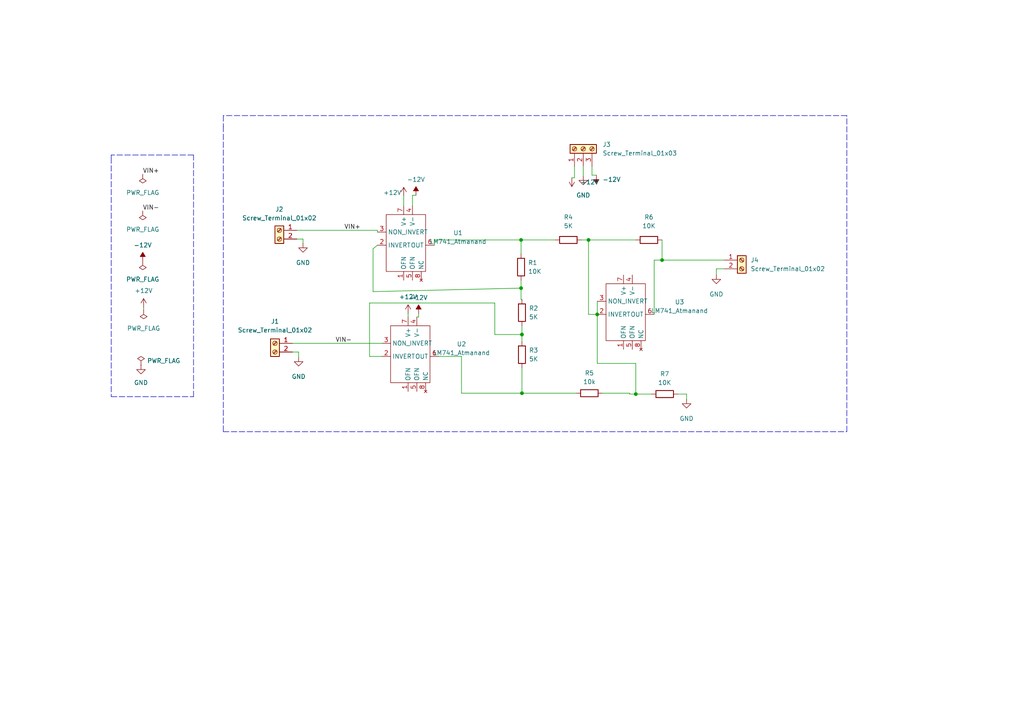
<source format=kicad_sch>
(kicad_sch (version 20211123) (generator eeschema)
  (paper "A4")
  (lib_symbols
    (symbol "AmplifierIC:LM741_Atmanand"
      (property "Reference" "U" (at -7.62 7.62 0))
      (property "Value" "LM741_Atmanand" (at 10.16 8.89 0))
      (symbol "LM741_Atmanand_0_0"
        (pin input line (at -15.24 -1.27 0) (length 2.54) (name "OFN") (number "1"))
        (pin input line (at -5.08 6.35 270) (length 2.54) (name "INVERT") (number "2"))
        (pin input line (at -1.27 6.35 270) (length 2.54) (name "NON_INVERT") (number "3"))
        (pin input line (at 6.35 -3.81 180) (length 2.54) (name "V-") (number "4"))
        (pin input line (at -15.24 -3.81 0) (length 2.54) (name "OFN") (number "5"))
        (pin output line (at -5.08 -10.16 90) (length 2.54) (name "OUT") (number "6"))
        (pin output line (at 6.35 -1.27 180) (length 2.54) (name "V+") (number "7"))
        (pin no_connect line (at -15.24 -6.35 0) (length 2.54) (name "NC") (number "8"))
      )
      (symbol "LM741_Atmanand_0_1"
        (rectangle (start -12.7 3.81) (end 3.81 -7.62))
      )
    )
    (symbol "Connector:Screw_Terminal_01x02" (pin_names (offset 1.016) hide)
      (property "Reference" "J" (at 0 2.54 0))
      (property "Value" "Screw_Terminal_01x02" (at 0 -5.08 0))
      (symbol "Screw_Terminal_01x02_1_1"
        (rectangle (start -1.27 1.27) (end 1.27 -3.81) (stroke (width 0.254)) (fill (type background)))
        (circle (center 0 -2.54) (radius 0.635) (stroke (width 0.1524)))
        (polyline (pts (xy -0.5334 -2.2098) (xy 0.3302 -3.048)) (stroke (width 0.1524)))
        (polyline (pts (xy -0.5334 0.3302) (xy 0.3302 -0.508)) (stroke (width 0.1524)))
        (polyline (pts (xy -0.3556 -2.032) (xy 0.508 -2.8702)) (stroke (width 0.1524)))
        (polyline (pts (xy -0.3556 0.508) (xy 0.508 -0.3302)) (stroke (width 0.1524)))
        (circle (center 0 0) (radius 0.635) (stroke (width 0.1524)))
        (pin passive line (at -5.08 0 0) (length 3.81) (name "Pin_1") (number "1"))
        (pin passive line (at -5.08 -2.54 0) (length 3.81) (name "Pin_2") (number "2"))
      )
    )
    (symbol "Connector:Screw_Terminal_01x03" (pin_names (offset 1.016) hide)
      (property "Reference" "J" (at 0 5.08 0))
      (property "Value" "Screw_Terminal_01x03" (at 0 -5.08 0))
      (symbol "Screw_Terminal_01x03_1_1"
        (rectangle (start -1.27 3.81) (end 1.27 -3.81) (stroke (width 0.254)) (fill (type background)))
        (circle (center 0 -2.54) (radius 0.635) (stroke (width 0.1524)))
        (polyline (pts (xy -0.5334 -2.2098) (xy 0.3302 -3.048)) (stroke (width 0.1524)))
        (polyline (pts (xy -0.5334 0.3302) (xy 0.3302 -0.508)) (stroke (width 0.1524)))
        (polyline (pts (xy -0.5334 2.8702) (xy 0.3302 2.032)) (stroke (width 0.1524)))
        (polyline (pts (xy -0.3556 -2.032) (xy 0.508 -2.8702)) (stroke (width 0.1524)))
        (polyline (pts (xy -0.3556 0.508) (xy 0.508 -0.3302)) (stroke (width 0.1524)))
        (polyline (pts (xy -0.3556 3.048) (xy 0.508 2.2098)) (stroke (width 0.1524)))
        (circle (center 0 0) (radius 0.635) (stroke (width 0.1524)))
        (circle (center 0 2.54) (radius 0.635) (stroke (width 0.1524)))
        (pin passive line (at -5.08 2.54 0) (length 3.81) (name "Pin_1") (number "1"))
        (pin passive line (at -5.08 0 0) (length 3.81) (name "Pin_2") (number "2"))
        (pin passive line (at -5.08 -2.54 0) (length 3.81) (name "Pin_3") (number "3"))
      )
    )
    (symbol "Device:R" (pin_numbers hide) (pin_names (offset 0))
      (property "Reference" "R" (at 2.032 0 90))
      (property "Value" "R" (at 0 0 90))
      (symbol "R_0_1"
        (rectangle (start -1.016 -2.54) (end 1.016 2.54) (stroke (width 0.254)))
      )
      (symbol "R_1_1"
        (pin passive line (at 0 3.81 270) (length 1.27) (name "~") (number "1"))
        (pin passive line (at 0 -3.81 90) (length 1.27) (name "~") (number "2"))
      )
    )
    (symbol "LM741_Atmanand_2"
      (property "Reference" "U1" (at 17.526 -1.4986 90))
      (property "Value" "LM741_Atmanand" (at 17.526 -4.0386 90))
      (symbol "LM741_Atmanand_2_0_0"
        (pin input line (at -15.24 -1.27 0) (length 2.54) (name "OFN") (number "1"))
        (pin input line (at -5.08 6.35 270) (length 2.54) (name "INVERT") (number "2"))
        (pin input line (at -1.27 6.35 270) (length 2.54) (name "NON_INVERT") (number "3"))
        (pin input line (at 6.35 -3.81 180) (length 2.54) (name "V-") (number "4"))
        (pin input line (at -15.24 -3.81 0) (length 2.54) (name "OFN") (number "5"))
        (pin output line (at -5.08 -10.16 90) (length 2.54) (name "OUT") (number "6"))
        (pin output line (at 6.35 -1.27 180) (length 2.54) (name "V+") (number "7"))
        (pin no_connect line (at -15.24 -6.35 0) (length 2.54) (name "NC") (number "8"))
      )
      (symbol "LM741_Atmanand_2_0_1"
        (rectangle (start -12.7 3.81) (end 3.81 -7.62))
      )
    )
    (symbol "power:+12V" (power) (pin_names (offset 0))
      (property "Value" "+12V" (at 0 3.556 0))
      (symbol "+12V_0_1"
        (polyline (pts (xy -0.762 1.27) (xy 0 2.54)))
        (polyline (pts (xy 0 0) (xy 0 2.54)))
        (polyline (pts (xy 0 2.54) (xy 0.762 1.27)))
      )
      (symbol "+12V_1_1"
        (pin power_in line (at 0 0 90) (length 0) hide (name "+12V") (number "1"))
      )
    )
    (symbol "power:-12V" (power) (pin_names (offset 0))
      (property "Value" "-12V" (at 0 3.81 0))
      (symbol "-12V_0_0"
        (pin power_in line (at 0 0 90) (length 0) hide (name "-12V") (number "1"))
      )
      (symbol "-12V_0_1"
        (polyline (pts (xy 0 0) (xy 0 1.27) (xy 0.762 1.27) (xy 0 2.54) (xy -0.762 1.27) (xy 0 1.27)) (fill (type outline)))
      )
    )
    (symbol "power:GND" (power) (pin_names (offset 0))
      (property "Value" "GND" (at 0 -3.81 0))
      (symbol "GND_0_1"
        (polyline (pts (xy 0 0) (xy 0 -1.27) (xy 1.27 -1.27) (xy 0 -2.54) (xy -1.27 -1.27) (xy 0 -1.27)))
      )
      (symbol "GND_1_1"
        (pin power_in line (at 0 0 270) (length 0) hide (name "GND") (number "1"))
      )
    )
    (symbol "power:PWR_FLAG" (power) (pin_numbers hide) (pin_names (offset 0) hide)
      (property "Value" "PWR_FLAG" (at 0 3.81 0))
      (symbol "PWR_FLAG_0_0"
        (pin power_out line (at 0 0 90) (length 0) (name "pwr") (number "1"))
      )
      (symbol "PWR_FLAG_0_1"
        (polyline (pts (xy 0 0) (xy 0 1.27) (xy -1.016 1.905) (xy 0 2.54) (xy 1.016 1.905) (xy 0 1.27)))
      )
    )
  )
  (junction (at 173.228 91.186))
  (junction (at 151.13 69.596))
  (junction (at 151.384 97.028))
  (junction (at 192.024 75.438))
  (junction (at 170.688 69.596))
  (junction (at 151.13 83.566))
  (junction (at 151.384 114.046))
  (junction (at 184.404 114.3))
  (wire (pts (xy 169.164 48.26) (xy 169.164 51.054)))
  (wire (pts (xy 151.13 86.868) (xy 151.384 86.868)))
  (wire (pts (xy 84.836 99.568) (xy 110.744 99.568)))
  (wire (pts (xy 171.704 50.8) (xy 172.974 50.8)))
  (wire (pts (xy 207.772 79.756) (xy 207.772 77.978)))
  (wire (pts (xy 199.136 114.3) (xy 199.136 115.824)))
  (wire (pts (xy 125.984 69.596) (xy 125.984 71.12)))
  (wire (pts (xy 121.412 90.932) (xy 121.412 91.948)))
  (wire (pts (xy 166.624 48.26) (xy 166.624 51.562)))
  (wire (pts (xy 86.106 69.342) (xy 87.884 69.342)))
  (wire (pts (xy 109.474 66.802) (xy 109.474 67.31)))
  (wire (pts (xy 86.106 66.802) (xy 109.474 66.802)))
  (wire (pts (xy 108.204 84.582) (xy 151.13 83.566)))
  (wire (pts (xy 151.13 81.28) (xy 151.13 83.566)))
  (wire (pts (xy 119.634 56.642) (xy 120.65 56.642)))
  (polyline (pts (xy 56.134 44.958) (xy 32.258 44.958)))
  (wire (pts (xy 133.858 103.378) (xy 133.858 114.046)))
  (wire (pts (xy 41.656 89.154) (xy 41.656 89.916)))
  (wire (pts (xy 143.51 87.884) (xy 143.51 97.028)))
  (wire (pts (xy 107.188 87.884) (xy 143.51 87.884)))
  (wire (pts (xy 133.858 114.046) (xy 151.384 114.046)))
  (wire (pts (xy 151.13 83.566) (xy 151.13 86.868)))
  (wire (pts (xy 151.384 94.488) (xy 151.384 97.028)))
  (polyline (pts (xy 64.77 33.528) (xy 64.77 36.83)))
  (wire (pts (xy 189.738 91.186) (xy 189.738 75.438)))
  (polyline (pts (xy 32.258 44.958) (xy 32.258 45.72)))
  (wire (pts (xy 119.634 56.642) (xy 119.634 59.69)))
  (wire (pts (xy 84.836 102.108) (xy 86.614 102.108)))
  (wire (pts (xy 151.13 69.596) (xy 125.984 69.596)))
  (wire (pts (xy 118.364 90.932) (xy 118.364 91.948)))
  (wire (pts (xy 161.036 69.596) (xy 151.13 69.596)))
  (wire (pts (xy 207.772 77.978) (xy 210.058 77.978)))
  (wire (pts (xy 108.204 72.136) (xy 108.204 84.582)))
  (wire (pts (xy 192.024 75.438) (xy 210.058 75.438)))
  (wire (pts (xy 151.384 97.028) (xy 151.384 99.06)))
  (wire (pts (xy 192.024 69.596) (xy 192.024 75.438)))
  (polyline (pts (xy 245.618 125.222) (xy 245.618 33.528)))
  (polyline (pts (xy 245.618 33.528) (xy 64.77 33.528)))
  (wire (pts (xy 87.884 69.342) (xy 87.884 70.612)))
  (wire (pts (xy 151.13 69.596) (xy 151.13 73.66)))
  (wire (pts (xy 166.624 51.562) (xy 165.862 51.562)))
  (wire (pts (xy 107.188 103.378) (xy 107.188 87.884)))
  (polyline (pts (xy 64.77 125.222) (xy 245.618 125.222)))
  (wire (pts (xy 170.688 69.596) (xy 184.404 69.596)))
  (wire (pts (xy 182.626 114.046) (xy 182.626 114.3)))
  (polyline (pts (xy 32.258 45.72) (xy 32.258 115.062)))
  (wire (pts (xy 151.384 106.68) (xy 151.384 114.046)))
  (wire (pts (xy 170.688 91.186) (xy 170.688 69.596)))
  (wire (pts (xy 108.204 72.136) (xy 109.474 71.12)))
  (wire (pts (xy 110.744 103.378) (xy 107.188 103.378)))
  (polyline (pts (xy 64.77 36.576) (xy 64.77 125.222)))
  (wire (pts (xy 171.704 48.26) (xy 171.704 50.8)))
  (wire (pts (xy 173.228 91.186) (xy 170.688 91.186)))
  (wire (pts (xy 86.614 102.108) (xy 86.614 103.632)))
  (wire (pts (xy 174.752 114.046) (xy 182.626 114.046)))
  (wire (pts (xy 117.094 56.896) (xy 117.094 59.69)))
  (wire (pts (xy 143.51 97.028) (xy 151.384 97.028)))
  (wire (pts (xy 121.412 91.948) (xy 120.904 91.948)))
  (wire (pts (xy 184.404 114.3) (xy 182.626 114.3)))
  (wire (pts (xy 173.228 87.376) (xy 173.228 91.186)))
  (wire (pts (xy 196.596 114.3) (xy 199.136 114.3)))
  (wire (pts (xy 173.228 91.186) (xy 173.228 105.41)))
  (wire (pts (xy 173.228 105.41) (xy 184.404 105.41)))
  (polyline (pts (xy 56.134 115.062) (xy 56.134 44.958)))
  (wire (pts (xy 184.404 105.41) (xy 184.404 114.3)))
  (wire (pts (xy 151.384 114.046) (xy 167.132 114.046)))
  (wire (pts (xy 189.738 75.438) (xy 192.024 75.438)))
  (wire (pts (xy 127.254 103.378) (xy 133.858 103.378)))
  (polyline (pts (xy 32.258 115.062) (xy 56.134 115.062)))
  (wire (pts (xy 168.656 69.596) (xy 170.688 69.596)))
  (wire (pts (xy 188.976 114.3) (xy 184.404 114.3)))
  (label "VIN-" (at 97.282 99.568 0))
  (label "VIN+" (at 41.402 50.546 0))
  (label "VIN-" (at 41.402 61.214 0))
  (label "VIN+" (at 99.822 66.802 0))
  (symbol (lib_id "power:PWR_FLAG") (at 41.402 61.214 180) (unit 1)
    (property "Reference" "#FLG0101" (effects hide))
    (property "Value" "PWR_FLAG" (at 41.402 66.548 0))
  )
  (symbol (lib_id "power:-12V") (at 41.402 75.692 0) (unit 1)
    (property "Reference" "#PWR0103" (effects hide))
    (property "Value" "-12V" (at 41.402 71.12 0))
  )
  (symbol (lib_id "Device:R") (at 164.846 69.596 90) (unit 1)
    (property "Reference" "R4" (at 164.846 62.992 90))
    (property "Value" "5K" (at 164.846 65.532 90))
    (property "Footprint" "Resistor_SMD:R_0201_0603Metric" (effects hide))
  )
  (symbol (lib_id "power:PWR_FLAG") (at 41.402 50.546 180) (unit 1)
    (property "Reference" "#FLG0105" (effects hide))
    (property "Value" "PWR_FLAG" (at 41.402 55.88 0))
  )
  (symbol (lib_id "power:GND") (at 199.136 115.824 0) (unit 1)
    (property "Reference" "#PWR0108" (effects hide))
    (property "Value" "GND" (at 199.136 121.412 0))
  )
  (symbol (lib_id "power:GND") (at 86.614 103.632 0) (unit 1)
    (property "Reference" "#PWR0101" (effects hide))
    (property "Value" "GND" (at 86.614 109.22 0))
  )
  (symbol (lib_id "Connector:Screw_Terminal_01x02") (at 79.756 99.568 0) (mirror y) (unit 1)
    (property "Reference" "J1" (at 79.756 93.218 0))
    (property "Value" "Screw_Terminal_01x02" (at 79.756 95.758 0))
    (property "Footprint" "TerminalBlock_Phoenix:TerminalBlock_Phoenix_MKDS-1,5-2-5.08_1x02_P5.08mm_Horizontal" (effects hide))
  )
  (symbol (lib_id "power:+12V") (at 165.862 51.562 180) (unit 1)
    (property "Reference" "#PWR0111" (effects hide))
    (property "Value" "+12V" (at 168.402 52.8319 0) (effects (justify right)))
  )
  (symbol (lib_id "Connector:Screw_Terminal_01x03") (at 169.164 43.18 90) (unit 1)
    (property "Reference" "J3" (at 174.752 41.9099 90) (effects (justify right)))
    (property "Value" "Screw_Terminal_01x03" (at 174.752 44.4499 90) (effects (justify right)))
    (property "Footprint" "TerminalBlock_Phoenix:TerminalBlock_Phoenix_MKDS-1,5-3-5.08_1x03_P5.08mm_Horizontal" (effects hide))
  )
  (symbol (lib_id "Device:R") (at 192.786 114.3 90) (unit 1)
    (property "Reference" "R7" (at 192.786 108.458 90))
    (property "Value" "10K" (at 192.786 110.998 90))
    (property "Footprint" "Resistor_SMD:R_0201_0603Metric" (effects hide))
  )
  (symbol (lib_id "power:GND") (at 207.772 79.756 0) (unit 1)
    (property "Reference" "#PWR0107" (effects hide))
    (property "Value" "GND" (at 207.772 85.344 0))
  )
  (symbol (lib_id "Device:R") (at 151.384 90.678 0) (unit 1)
    (property "Reference" "R2" (at 153.416 89.4079 0) (effects (justify left)))
    (property "Value" "5K" (at 153.416 91.9479 0) (effects (justify left)))
    (property "Footprint" "Resistor_SMD:R_0201_0603Metric" (effects hide))
  )
  (symbol (lib_id "power:+12V") (at 117.094 56.896 0) (unit 1)
    (property "Reference" "#PWR0113" (effects hide))
    (property "Value" "+12V" (at 113.792 55.88 0))
  )
  (symbol (lib_id "power:+12V") (at 118.364 90.932 0) (unit 1)
    (property "Reference" "#PWR0109" (effects hide))
    (property "Value" "+12V" (at 118.364 86.106 0))
  )
  (symbol (lib_id "Device:R") (at 188.214 69.596 90) (unit 1)
    (property "Reference" "R6" (at 188.214 62.992 90))
    (property "Value" "10K" (at 188.214 65.532 90))
    (property "Footprint" "Resistor_SMD:R_0201_0603Metric" (effects hide))
  )
  (symbol (lib_id "power:-12V") (at 172.974 50.8 180) (unit 1)
    (property "Reference" "#PWR0112" (effects hide))
    (property "Value" "-12V" (at 174.752 52.0699 0) (effects (justify right)))
  )
  (symbol (lib_id "power:GND") (at 40.894 105.918 0) (unit 1)
    (property "Reference" "#PWR0105" (effects hide))
    (property "Value" "GND" (at 40.894 110.998 0))
  )
  (symbol (lib_id "power:+12V") (at 41.656 89.154 0) (unit 1)
    (property "Reference" "#PWR0104" (effects hide))
    (property "Value" "+12V" (at 41.656 84.328 0))
  )
  (symbol (lib_id "power:PWR_FLAG") (at 41.402 75.692 180) (unit 1)
    (property "Reference" "#FLG0102" (effects hide))
    (property "Value" "PWR_FLAG" (at 41.402 81.026 0))
  )
  (symbol (lib_id "AmplifierIC:LM741_Atmanand") (at 117.094 98.298 90) (unit 1)
    (property "Reference" "U2" (at 133.858 99.7966 90))
    (property "Value" "LM741_Atmanand" (at 133.858 102.3366 90))
    (property "Footprint" "Amplifier:LM741AG" (effects hide))
  )
  (symbol (lib_id "Connector:Screw_Terminal_01x02") (at 215.138 75.438 0) (unit 1)
    (property "Reference" "J4" (at 217.678 75.4379 0) (effects (justify left)))
    (property "Value" "Screw_Terminal_01x02" (at 217.678 77.9779 0) (effects (justify left)))
    (property "Footprint" "TerminalBlock_Phoenix:TerminalBlock_Phoenix_MKDS-1,5-2-5.08_1x02_P5.08mm_Horizontal" (effects hide))
  )
  (symbol (lib_id "Device:R") (at 151.384 102.87 0) (unit 1)
    (property "Reference" "R3" (at 153.416 101.5999 0) (effects (justify left)))
    (property "Value" "5K" (at 153.416 104.1399 0) (effects (justify left)))
    (property "Footprint" "Resistor_SMD:R_0201_0603Metric" (effects hide))
  )
  (symbol (lib_id "Device:R") (at 170.942 114.046 90) (unit 1)
    (property "Reference" "R5" (at 170.942 108.204 90))
    (property "Value" "10k" (at 170.942 110.744 90))
    (property "Footprint" "Resistor_SMD:R_0201_0603Metric" (effects hide))
  )
  (symbol (lib_id "power:GND") (at 169.164 51.054 0) (unit 1)
    (property "Reference" "#PWR0106" (effects hide))
    (property "Value" "GND" (at 169.164 56.642 0))
  )
  (symbol (lib_id "power:PWR_FLAG") (at 41.656 89.916 180) (unit 1)
    (property "Reference" "#FLG0103" (effects hide))
    (property "Value" "PWR_FLAG" (at 41.656 95.25 0))
  )
  (symbol (lib_id "Device:R") (at 151.13 77.47 0) (unit 1)
    (property "Reference" "R1" (at 153.162 76.1999 0) (effects (justify left)))
    (property "Value" "10K" (at 153.162 78.7399 0) (effects (justify left)))
    (property "Footprint" "Resistor_SMD:R_0201_0603Metric" (effects hide))
  )
  (symbol (lib_id "power:-12V") (at 120.65 56.642 0) (unit 1)
    (property "Reference" "#PWR0114" (effects hide))
    (property "Value" "-12V" (at 120.65 52.07 0))
  )
  (symbol (lib_id "AmplifierIC:LM741_Atmanand") (at 179.578 86.106 90) (unit 1)
    (property "Reference" "U3" (at 197.104 87.6046 90))
    (property "Value" "LM741_Atmanand" (at 197.104 90.1446 90))
    (property "Footprint" "Amplifier:LM741AG" (effects hide))
  )
  (symbol (lib_id "power:PWR_FLAG") (at 40.894 105.918 0) (unit 1)
    (property "Reference" "#FLG0104" (effects hide))
    (property "Value" "PWR_FLAG" (at 42.672 104.6479 0) (effects (justify left)))
  )
  (symbol (lib_id "power:-12V") (at 121.412 90.932 0) (unit 1)
    (property "Reference" "#PWR0110" (effects hide))
    (property "Value" "-12V" (at 121.412 86.36 0))
  )
  (symbol (lib_id "power:GND") (at 87.884 70.612 0) (unit 1)
    (property "Reference" "#PWR0102" (effects hide))
    (property "Value" "GND" (at 87.884 76.2 0))
  )
  (symbol (lib_id "Connector:Screw_Terminal_01x02") (at 81.026 66.802 0) (mirror y) (unit 1)
    (property "Reference" "J2" (at 81.026 60.706 0))
    (property "Value" "Screw_Terminal_01x02" (at 81.026 63.246 0))
    (property "Footprint" "TerminalBlock_Phoenix:TerminalBlock_Phoenix_MKDS-1,5-2-5.08_1x02_P5.08mm_Horizontal" (effects hide))
  )
  (symbol (lib_name "LM741_Atmanand_2") (lib_id "AmplifierIC:LM741_Atmanand") (at 115.824 66.04 90) (unit 1)
    (property "Reference" "U1" (at 132.842 67.5386 90))
    (property "Value" "LM741_Atmanand" (at 132.842 70.0786 90))
    (property "Footprint" "Amplifier:LM741AG" (effects hide))
  )
)
</source>
